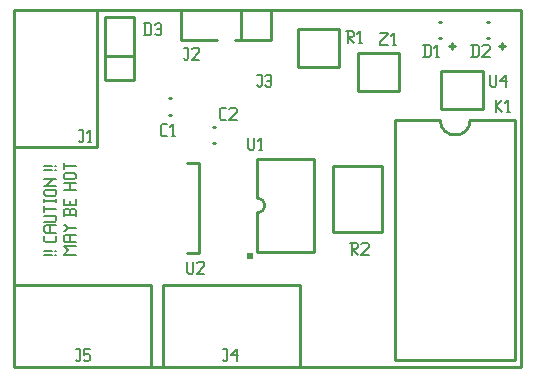
<source format=gbr>
G04 start of page 9 for group -4079 idx -4079 *
G04 Title: (unknown), topsilk *
G04 Creator: pcb 4.0.2 *
G04 CreationDate: Wed Oct 14 23:21:47 2020 UTC *
G04 For: ndholmes *
G04 Format: Gerber/RS-274X *
G04 PCB-Dimensions (mil): 1700.00 1200.00 *
G04 PCB-Coordinate-Origin: lower left *
%MOIN*%
%FSLAX25Y25*%
%LNTOPSILK*%
%ADD54C,0.0080*%
%ADD53C,0.0100*%
%ADD52C,0.0001*%
G54D52*G36*
X78000Y38500D02*X80000D01*
Y36500D01*
X78000D01*
Y38500D01*
G37*
G54D53*X169500Y119500D02*Y500D01*
X146500Y108500D02*Y106500D01*
X145500Y107500D02*X147500D01*
X163000Y108500D02*Y106500D01*
X162000Y107500D02*X164000D01*
X500Y119500D02*X169500D01*
Y500D02*X500D01*
Y119500D01*
G54D54*X14000Y38000D02*X14500D01*
X10500D02*X13000D01*
X14000Y39200D02*X14500D01*
X10500D02*X13000D01*
X14500Y44200D02*Y42700D01*
X14000Y42200D02*X14500Y42700D01*
X11000Y42200D02*X14000D01*
X11000D02*X10500Y42700D01*
Y44200D02*Y42700D01*
X11000Y45400D02*X14500D01*
X11000D02*X10500Y45900D01*
Y47400D02*Y45900D01*
Y47400D02*X11000Y47900D01*
X14500D01*
X12500D02*Y45400D01*
X10500Y49100D02*X14000D01*
X14500Y49600D01*
Y50600D02*Y49600D01*
Y50600D02*X14000Y51100D01*
X10500D02*X14000D01*
X10500Y54300D02*Y52300D01*
Y53300D02*X14500D01*
X10500Y56500D02*Y55500D01*
Y56000D02*X14500D01*
Y56500D02*Y55500D01*
X11000Y57700D02*X14000D01*
X11000D02*X10500Y58200D01*
Y59200D02*Y58200D01*
Y59200D02*X11000Y59700D01*
X14000D01*
X14500Y59200D02*X14000Y59700D01*
X14500Y59200D02*Y58200D01*
X14000Y57700D02*X14500Y58200D01*
X10500Y60900D02*X14500D01*
X10500D02*X11000D01*
X13500Y63400D01*
X10500D02*X14500D01*
X14000Y66400D02*X14500D01*
X10500D02*X13000D01*
X14000Y67600D02*X14500D01*
X10500D02*X13000D01*
X17000Y38000D02*X21000D01*
X17000D02*X18500Y39500D01*
X17000Y41000D01*
X21000D01*
X17500Y42200D02*X21000D01*
X17500D02*X17000Y42700D01*
Y44200D02*Y42700D01*
Y44200D02*X17500Y44700D01*
X21000D01*
X19000D02*Y42200D01*
X17000Y45900D02*X17500D01*
X18500Y46900D01*
X17500Y47900D01*
X17000D02*X17500D01*
X18500Y46900D02*X21000D01*
Y52900D02*Y50900D01*
Y52900D02*X20500Y53400D01*
X19500D02*X20500D01*
X19000Y52900D02*X19500Y53400D01*
X19000Y52900D02*Y51400D01*
X17000D02*X21000D01*
X17000Y52900D02*Y50900D01*
Y52900D02*X17500Y53400D01*
X18500D01*
X19000Y52900D02*X18500Y53400D01*
X19000Y56100D02*Y54600D01*
X21000Y56600D02*Y54600D01*
X17000D02*X21000D01*
X17000Y56600D02*Y54600D01*
Y59600D02*X21000D01*
X17000Y62100D02*X21000D01*
X19000D02*Y59600D01*
X17500Y63300D02*X20500D01*
X17500D02*X17000Y63800D01*
Y64800D02*Y63800D01*
Y64800D02*X17500Y65300D01*
X20500D01*
X21000Y64800D02*X20500Y65300D01*
X21000Y64800D02*Y63800D01*
X20500Y63300D02*X21000Y63800D01*
X17000Y68500D02*Y66500D01*
Y67500D02*X21000D01*
G54D53*X52107Y84745D02*X52893D01*
X52107Y90255D02*X52893D01*
X500Y119500D02*Y73831D01*
X28059D01*
Y119500D01*
X500D01*
X56000D02*X86000D01*
X56000D02*Y109500D01*
X86000Y119500D02*Y109500D01*
X76000Y119500D02*Y109500D01*
X74000D02*X86000D01*
X56000D02*X68000D01*
X40486Y117312D02*Y96312D01*
X30886Y117312D02*Y96312D01*
X40486D01*
X30886Y117312D02*X40486D01*
X30886Y104312D02*X40486D01*
X66607Y75245D02*X67393D01*
X66607Y80755D02*X67393D01*
X50000Y500D02*X95669D01*
Y28059D02*Y500D01*
X50000Y28059D02*X95669D01*
X50000D02*Y500D01*
X500D02*X46169D01*
Y28059D02*Y500D01*
X500Y28059D02*X46169D01*
X500D02*Y500D01*
X158107Y115755D02*X158893D01*
X158107Y110245D02*X158893D01*
X108890Y113299D02*Y100701D01*
X95110D02*X108890D01*
X95110Y113299D02*Y100701D01*
Y113299D02*X108890D01*
X142900Y99400D02*X156800D01*
X142900D02*Y86600D01*
X156800D01*
Y99400D02*Y86600D01*
X142107Y115755D02*X142893D01*
X142107Y110245D02*X142893D01*
X115000Y92500D02*X128900D01*
Y105300D02*Y92500D01*
X115000Y105300D02*X128900D01*
X115000D02*Y92500D01*
X127500Y83000D02*Y3000D01*
X167500D01*
Y83000D02*Y3000D01*
X127500Y83000D02*X142500D01*
X152500D02*X167500D01*
X142500D02*G75*G03X152500Y83000I5000J0D01*G01*
X81500Y39000D02*X100500D01*
Y70000D02*Y39000D01*
X81500Y70000D02*X100500D01*
X81500Y52000D02*Y39000D01*
Y70000D02*Y57000D01*
Y52000D02*G75*G03X81500Y57000I0J2500D01*G01*
X58000Y38500D02*X62000D01*
Y68500D02*Y38500D01*
X58000Y68500D02*X62000D01*
X123100Y45500D02*X106900D01*
X123100Y67500D02*X106900D01*
X123100Y45500D02*Y67500D01*
X106900Y45500D02*Y67500D01*
G54D54*X49807Y77650D02*X51307D01*
X49307Y78150D02*X49807Y77650D01*
X49307Y81150D02*Y78150D01*
Y81150D02*X49807Y81650D01*
X51307D01*
X53007Y77650D02*X54007D01*
X53507Y81650D02*Y77650D01*
X52507Y80650D02*X53507Y81650D01*
X22000Y79500D02*X23500D01*
Y76000D01*
X23000Y75500D02*X23500Y76000D01*
X22500Y75500D02*X23000D01*
X22000Y76000D02*X22500Y75500D01*
X25200D02*X26200D01*
X25700Y79500D02*Y75500D01*
X24700Y78500D02*X25700Y79500D01*
X57000Y107000D02*X58500D01*
Y103500D01*
X58000Y103000D02*X58500Y103500D01*
X57500Y103000D02*X58000D01*
X57000Y103500D02*X57500Y103000D01*
X59700Y106500D02*X60200Y107000D01*
X61700D01*
X62200Y106500D01*
Y105500D01*
X59700Y103000D02*X62200Y105500D01*
X59700Y103000D02*X62200D01*
X44196Y115292D02*Y111212D01*
X45726Y115292D02*X46236Y114782D01*
Y111722D01*
X45726Y111212D02*X46236Y111722D01*
X43686Y111212D02*X45726D01*
X43686Y115292D02*X45726D01*
X47460Y114782D02*X47970Y115292D01*
X48990D01*
X49500Y114782D01*
Y111722D01*
X48990Y111212D02*X49500Y111722D01*
X47970Y111212D02*X48990D01*
X47460Y111722D02*X47970Y111212D01*
Y113252D02*X49500D01*
X70000Y6500D02*X71500D01*
Y3000D01*
X71000Y2500D02*X71500Y3000D01*
X70500Y2500D02*X71000D01*
X70000Y3000D02*X70500Y2500D01*
X72700Y4500D02*X74700Y6500D01*
X72700Y4500D02*X75200D01*
X74700Y6500D02*Y2500D01*
X21000Y6500D02*X22500D01*
Y3000D01*
X22000Y2500D02*X22500Y3000D01*
X21500Y2500D02*X22000D01*
X21000Y3000D02*X21500Y2500D01*
X23700Y6500D02*X25700D01*
X23700D02*Y4500D01*
X24200Y5000D01*
X25200D01*
X25700Y4500D01*
Y3000D01*
X25200Y2500D02*X25700Y3000D01*
X24200Y2500D02*X25200D01*
X23700Y3000D02*X24200Y2500D01*
X159200Y98100D02*Y94600D01*
X159700Y94100D01*
X160700D01*
X161200Y94600D01*
Y98100D02*Y94600D01*
X162400Y96100D02*X164400Y98100D01*
X162400Y96100D02*X164900D01*
X164400Y98100D02*Y94100D01*
X161000Y89500D02*Y85500D01*
Y87500D02*X163000Y89500D01*
X161000Y87500D02*X163000Y85500D01*
X164700D02*X165700D01*
X165200Y89500D02*Y85500D01*
X164200Y88500D02*X165200Y89500D01*
X78500Y77000D02*Y73500D01*
X79000Y73000D01*
X80000D01*
X80500Y73500D01*
Y77000D02*Y73500D01*
X82200Y73000D02*X83200D01*
X82700Y77000D02*Y73000D01*
X81700Y76000D02*X82700Y77000D01*
X58200Y35700D02*Y32200D01*
X58700Y31700D01*
X59700D01*
X60200Y32200D01*
Y35700D02*Y32200D01*
X61400Y35200D02*X61900Y35700D01*
X63400D01*
X63900Y35200D01*
Y34200D01*
X61400Y31700D02*X63900Y34200D01*
X61400Y31700D02*X63900D01*
X69479Y83150D02*X70979D01*
X68979Y83650D02*X69479Y83150D01*
X68979Y86650D02*Y83650D01*
Y86650D02*X69479Y87150D01*
X70979D01*
X72179Y86650D02*X72679Y87150D01*
X74179D01*
X74679Y86650D01*
Y85650D01*
X72179Y83150D02*X74679Y85650D01*
X72179Y83150D02*X74679D01*
X112500Y42000D02*X114500D01*
X115000Y41500D01*
Y40500D01*
X114500Y40000D02*X115000Y40500D01*
X113000Y40000D02*X114500D01*
X113000Y42000D02*Y38000D01*
Y40000D02*X115000Y38000D01*
X116200Y41500D02*X116700Y42000D01*
X118200D01*
X118700Y41500D01*
Y40500D01*
X116200Y38000D02*X118700Y40500D01*
X116200Y38000D02*X118700D01*
X153250Y108150D02*Y104150D01*
X154750Y108150D02*X155250Y107650D01*
Y104650D01*
X154750Y104150D02*X155250Y104650D01*
X152750Y104150D02*X154750D01*
X152750Y108150D02*X154750D01*
X156450Y107650D02*X156950Y108150D01*
X158450D01*
X158950Y107650D01*
Y106650D01*
X156450Y104150D02*X158950Y106650D01*
X156450Y104150D02*X158950D01*
X111100Y112500D02*X113100D01*
X113600Y112000D01*
Y111000D01*
X113100Y110500D02*X113600Y111000D01*
X111600Y110500D02*X113100D01*
X111600Y112500D02*Y108500D01*
Y110500D02*X113600Y108500D01*
X115300D02*X116300D01*
X115800Y112500D02*Y108500D01*
X114800Y111500D02*X115800Y112500D01*
X81500Y98000D02*X83000D01*
Y94500D01*
X82500Y94000D02*X83000Y94500D01*
X82000Y94000D02*X82500D01*
X81500Y94500D02*X82000Y94000D01*
X84200Y97500D02*X84700Y98000D01*
X85700D01*
X86200Y97500D01*
Y94500D01*
X85700Y94000D02*X86200Y94500D01*
X84700Y94000D02*X85700D01*
X84200Y94500D02*X84700Y94000D01*
Y96000D02*X86200D01*
X137250Y108150D02*Y104150D01*
X138750Y108150D02*X139250Y107650D01*
Y104650D01*
X138750Y104150D02*X139250Y104650D01*
X136750Y104150D02*X138750D01*
X136750Y108150D02*X138750D01*
X140950Y104150D02*X141950D01*
X141450Y108150D02*Y104150D01*
X140450Y107150D02*X141450Y108150D01*
X122500Y112000D02*X125000D01*
Y111500D01*
X122500Y109000D02*X125000Y111500D01*
X122500Y109000D02*Y108000D01*
X125000D01*
X126700D02*X127700D01*
X127200Y112000D02*Y108000D01*
X126200Y111000D02*X127200Y112000D01*
M02*

</source>
